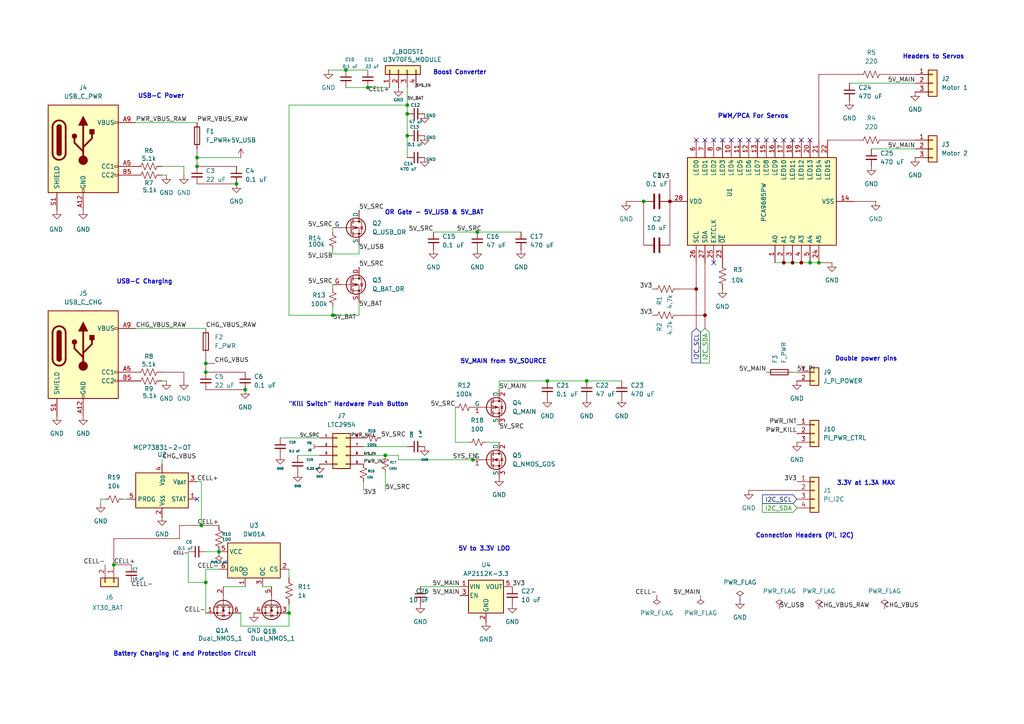
<source format=kicad_sch>
(kicad_sch (version 20250114) (generator "eeschema") (generator_version "9.0")
  (paper "A4")
  (text "Headers to Servos" (at 270.764 16.51 0) (effects (font (size 1.27 1.27) (thickness 0.254) (bold yes))))
  (text "Connection Headers (Pi, I2C)" (at 233.426 155.448 0) (effects (font (size 1.27 1.27) (thickness 0.254) (bold yes))))
  (text "\"Kill Switch\" Hardware Push Button" (at 101.092 117.348 0) (effects (font (size 1.27 1.27) (thickness 0.254) (bold yes))))
  (text "USB-C Charging\n" (at 41.91 81.788 0) (effects (font (size 1.27 1.27) (thickness 0.254) (bold yes))))
  (text "3.3V at 1.3A MAX\n" (at 251.206 140.208 0) (effects (font (size 1.27 1.27) (thickness 0.254) (bold yes))))
  (text "USB-C Power" (at 46.736 27.94 0) (effects (font (size 1.27 1.27) (thickness 0.254) (bold yes))))
  (text "Double power pins\n" (at 251.206 104.14 0) (effects (font (size 1.27 1.27) (thickness 0.254) (bold yes))))
  (text "OR Gate - 5V_USB & 5V_BAT" (at 125.984 61.722 0) (effects (font (size 1.27 1.27) (thickness 0.254) (bold yes))))
  (text "Battery Charging IC and Protection Circuit" (at 53.594 189.738 0) (effects (font (size 1.27 1.27) (thickness 0.254) (bold yes))))
  (text "PWM/PCA For Servos" (at 218.44 33.782 0) (effects (font (size 1.27 1.27) (thickness 0.254) (bold yes))))
  (text "Boost Converter" (at 133.35 21.082 0) (effects (font (size 1.27 1.27) (thickness 0.254) (bold yes))))
  (text "5V_MAIN from 5V_SOURCE" (at 146.05 104.902 0) (effects (font (size 1.27 1.27) (thickness 0.254) (bold yes))))
  (text "5V to 3.3V LDO" (at 140.462 159.258 0) (effects (font (size 1.27 1.27) (thickness 0.254) (bold yes))))
  (junction (at 59.69 105.41))
  (junction (at 58.42 152.4))
  (junction (at 68.58 53.34))
  (junction (at 63.5 160.02))
  (junction (at 118.11 39.37))
  (junction (at 229.87 76.2) (color 132 0 0 1))
  (junction (at 137.16 133.35))
  (junction (at 106.68 25.4))
  (junction (at 118.11 30.48))
  (junction (at 232.41 76.2) (color 132 0 0 1))
  (junction (at 118.11 33.02))
  (junction (at 96.52 91.44))
  (junction (at 71.12 113.03))
  (junction (at 33.02 163.83))
  (junction (at 158.75 110.49))
  (junction (at 57.15 45.72))
  (junction (at 201.93 83.82) (color 132 0 0 1))
  (junction (at 237.49 76.2))
  (junction (at 59.69 168.91))
  (junction (at 100.33 20.32))
  (junction (at 59.69 107.95))
  (junction (at 194.31 58.42) (color 132 0 0 1))
  (junction (at 234.95 76.2))
  (junction (at 83.82 177.8))
  (junction (at 227.33 76.2) (color 132 0 0 1))
  (junction (at 138.43 67.31))
  (junction (at 111.76 132.08))
  (junction (at 170.18 110.49))
  (junction (at 57.15 48.26))
  (junction (at 204.47 91.44) (color 132 0 0 1))
  (junction (at 186.69 58.42))
  (no_connect (at 232.41 40.64))
  (no_connect (at 212.09 40.64))
  (no_connect (at 222.25 40.64))
  (no_connect (at 204.47 40.64))
  (no_connect (at 57.15 144.78))
  (no_connect (at 217.17 40.64))
  (no_connect (at 207.01 76.2))
  (no_connect (at 201.93 40.64))
  (no_connect (at 207.01 40.64))
  (no_connect (at 227.33 40.64))
  (no_connect (at 219.71 40.64))
  (no_connect (at 214.63 40.64))
  (no_connect (at 229.87 40.64))
  (no_connect (at 234.95 40.64))
  (no_connect (at 209.55 40.64))
  (no_connect (at 224.79 40.64))
  (wire (pts (xy 29.21 146.05) (xy 29.21 144.78)))
  (wire (pts (xy 57.15 48.26) (xy 68.58 48.26)) (stroke (width 0) (color 132 0 0 1)))
  (wire (pts (xy 237.49 21.59) (xy 237.49 40.64)) (stroke (width 0) (color 132 0 0 1)))
  (wire (pts (xy 170.18 110.49) (xy 180.34 110.49)))
  (wire (pts (xy 53.34 110.49) (xy 53.34 107.95)) (stroke (width 0) (color 132 0 0 1)))
  (wire (pts (xy 201.93 76.2) (xy 201.93 83.82)) (stroke (width 0) (color 132 0 0 1)))
  (wire (pts (xy 33.02 163.83) (xy 33.02 156.21)) (stroke (width 0) (color 132 0 0 1)))
  (wire (pts (xy 229.87 76.2) (xy 232.41 76.2)))
  (wire (pts (xy 158.75 110.49) (xy 170.18 110.49)))
  (wire (pts (xy 106.68 25.4) (xy 113.03 25.4)))
  (wire (pts (xy 59.69 113.03) (xy 71.12 113.03)) (stroke (width 0) (color 132 0 0 1)))
  (wire (pts (xy 57.15 53.34) (xy 68.58 53.34)) (stroke (width 0) (color 132 0 0 1)))
  (wire (pts (xy 196.85 83.82) (xy 201.93 83.82)) (stroke (width 0) (color 132 0 0 1)))
  (wire (pts (xy 252.73 43.18) (xy 265.43 43.18)))
  (wire (pts (xy 181.61 58.42) (xy 186.69 58.42)) (stroke (width 0) (color 132 0 0 1)))
  (wire (pts (xy 64.77 170.18) (xy 71.12 170.18)))
  (wire (pts (xy 105.41 142.24) (xy 105.41 139.7)))
  (wire (pts (xy 227.33 76.2) (xy 229.87 76.2)))
  (wire (pts (xy 95.25 20.32) (xy 100.33 20.32)))
  (wire (pts (xy 52.07 152.4) (xy 58.42 152.4)) (stroke (width 0) (color 132 0 0 1)))
  (wire (pts (xy 96.52 73.66) (xy 104.14 73.66)))
  (wire (pts (xy 48.26 110.49) (xy 46.99 110.49)))
  (wire (pts (xy 104.14 87.63) (xy 104.14 91.44)))
  (wire (pts (xy 48.26 50.8) (xy 46.99 50.8)))
  (wire (pts (xy 118.11 30.48) (xy 118.11 33.02)))
  (wire (pts (xy 118.11 39.37) (xy 118.11 45.72)))
  (wire (pts (xy 54.61 168.91) (xy 59.69 168.91)))
  (wire (pts (xy 59.69 107.95) (xy 71.12 107.95)) (stroke (width 0) (color 132 0 0 1)))
  (wire (pts (xy 194.31 58.42) (xy 194.31 71.12)) (stroke (width 0) (color 132 0 0 1)))
  (wire (pts (xy 104.14 71.12) (xy 104.14 73.66)))
  (wire (pts (xy 83.82 175.26) (xy 83.82 177.8)))
  (wire (pts (xy 100.33 25.4) (xy 106.68 25.4)))
  (wire (pts (xy 96.52 91.44) (xy 96.52 88.9)))
  (wire (pts (xy 59.69 160.02) (xy 63.5 160.02)))
  (wire (pts (xy 83.82 30.48) (xy 83.82 91.44)))
  (wire (pts (xy 83.82 181.61) (xy 83.82 177.8)))
  (wire (pts (xy 204.47 91.44) (xy 204.47 95.25)) (stroke (width 0) (color 132 0 0 1)))
  (wire (pts (xy 59.69 102.87) (xy 59.69 105.41)) (stroke (width 0) (color 132 0 0 1)))
  (wire (pts (xy 105.41 132.08) (xy 111.76 132.08)))
  (wire (pts (xy 248.92 40.64) (xy 240.03 40.64)) (stroke (width 0) (color 132 0 0 1)))
  (wire (pts (xy 232.41 76.2) (xy 234.95 76.2)))
  (wire (pts (xy 247.65 58.42) (xy 254 58.42)) (stroke (width 0) (color 132 0 0 1)))
  (wire (pts (xy 248.92 21.59) (xy 237.49 21.59)) (stroke (width 0) (color 132 0 0 1)))
  (wire (pts (xy 100.33 20.32) (xy 106.68 20.32)))
  (wire (pts (xy 96.52 73.66) (xy 96.52 72.39)))
  (wire (pts (xy 217.17 142.24) (xy 231.14 142.24)) (stroke (width 0) (color 132 0 0 1)))
  (wire (pts (xy 52.07 156.21) (xy 52.07 152.4)) (stroke (width 0) (color 132 0 0 1)))
  (wire (pts (xy 256.54 40.64) (xy 265.43 40.64)) (stroke (width 0) (color 132 0 0 1)))
  (wire (pts (xy 140.97 128.27) (xy 144.78 128.27)))
  (wire (pts (xy 121.92 170.18) (xy 133.35 170.18)))
  (wire (pts (xy 81.28 127) (xy 92.71 127)))
  (wire (pts (xy 54.61 160.02) (xy 54.61 168.91)))
  (wire (pts (xy 111.76 142.24) (xy 111.76 137.16)))
  (wire (pts (xy 33.02 156.21) (xy 52.07 156.21)) (stroke (width 0) (color 132 0 0 1)))
  (wire (pts (xy 46.99 48.26) (xy 53.34 48.26)) (stroke (width 0) (color 0 132 0 1)))
  (wire (pts (xy 35.56 144.78) (xy 36.83 144.78)))
  (wire (pts (xy 86.36 132.08) (xy 92.71 132.08)))
  (wire (pts (xy 115.57 133.35) (xy 137.16 133.35)))
  (wire (pts (xy 246.38 24.13) (xy 265.43 24.13)))
  (wire (pts (xy 39.37 95.25) (xy 59.69 95.25)))
  (wire (pts (xy 59.69 105.41) (xy 59.69 107.95)) (stroke (width 0) (color 132 0 0 1)))
  (wire (pts (xy 59.69 168.91) (xy 59.69 177.8)))
  (wire (pts (xy 96.52 67.31) (xy 96.52 66.04)))
  (wire (pts (xy 57.15 45.72) (xy 57.15 48.26)) (stroke (width 0) (color 132 0 0 1)))
  (wire (pts (xy 96.52 91.44) (xy 104.14 91.44)))
  (wire (pts (xy 58.42 152.4) (xy 63.5 152.4)) (stroke (width 0) (color 132 0 0 1)))
  (wire (pts (xy 69.85 177.8) (xy 69.85 181.61)))
  (wire (pts (xy 39.37 35.56) (xy 57.15 35.56)))
  (wire (pts (xy 256.54 21.59) (xy 265.43 21.59)) (stroke (width 0) (color 132 0 0 1)))
  (wire (pts (xy 234.95 76.2) (xy 237.49 76.2)))
  (wire (pts (xy 144.78 110.49) (xy 144.78 113.03)))
  (wire (pts (xy 46.99 133.35) (xy 46.99 134.62)))
  (wire (pts (xy 118.11 30.48) (xy 83.82 30.48)))
  (wire (pts (xy 57.15 43.18) (xy 57.15 45.72)) (stroke (width 0) (color 132 0 0 1)))
  (wire (pts (xy 53.34 50.8) (xy 53.34 48.26)) (stroke (width 0) (color 0 132 0 1)))
  (wire (pts (xy 132.08 128.27) (xy 135.89 128.27)))
  (wire (pts (xy 194.31 52.07) (xy 194.31 58.42)) (stroke (width 0) (color 132 0 0 1)))
  (wire (pts (xy 237.49 76.2) (xy 241.3 76.2)) (stroke (width 0) (color 132 0 0 1)))
  (wire (pts (xy 33.02 163.83) (xy 38.1 163.83)) (stroke (width 0) (color 132 0 0 1)))
  (wire (pts (xy 196.85 91.44) (xy 204.47 91.44)) (stroke (width 0) (color 132 0 0 1)))
  (wire (pts (xy 96.52 83.82) (xy 96.52 82.55)))
  (wire (pts (xy 229.87 107.95) (xy 231.14 107.95)))
  (wire (pts (xy 125.73 67.31) (xy 138.43 67.31)))
  (wire (pts (xy 118.11 33.02) (xy 118.11 39.37)))
  (wire (pts (xy 83.82 91.44) (xy 96.52 91.44)))
  (wire (pts (xy 138.43 67.31) (xy 151.13 67.31)))
  (wire (pts (xy 186.69 58.42) (xy 186.69 71.12)) (stroke (width 0) (color 132 0 0 1)))
  (wire (pts (xy 29.21 144.78) (xy 30.48 144.78)))
  (wire (pts (xy 62.23 105.41) (xy 59.69 105.41)) (stroke (width 0) (color 132 0 0 1)))
  (wire (pts (xy 105.41 129.54) (xy 118.11 129.54)))
  (wire (pts (xy 224.79 76.2) (xy 227.33 76.2)))
  (wire (pts (xy 46.99 107.95) (xy 53.34 107.95)) (stroke (width 0) (color 132 0 0 1)))
  (wire (pts (xy 78.74 170.18) (xy 76.2 170.18)))
  (wire (pts (xy 69.85 45.72) (xy 57.15 45.72)))
  (wire (pts (xy 59.69 165.1) (xy 59.69 168.91)))
  (wire (pts (xy 138.43 133.35) (xy 137.16 133.35)))
  (wire (pts (xy 57.15 139.7) (xy 58.42 139.7)))
  (wire (pts (xy 118.11 25.4) (xy 118.11 30.48)))
  (wire (pts (xy 204.47 76.2) (xy 204.47 91.44)) (stroke (width 0) (color 132 0 0 1)))
  (wire (pts (xy 111.76 132.08) (xy 115.57 132.08)))
  (wire (pts (xy 83.82 165.1) (xy 83.82 167.64)))
  (wire (pts (xy 58.42 139.7) (xy 58.42 152.4)))
  (wire (pts (xy 69.85 181.61) (xy 83.82 181.61)))
  (wire (pts (xy 132.08 128.27) (xy 132.08 118.11)))
  (wire (pts (xy 59.69 165.1) (xy 63.5 165.1)))
  (wire (pts (xy 201.93 83.82) (xy 201.93 95.25)) (stroke (width 0) (color 132 0 0 1)))
  (wire (pts (xy 144.78 110.49) (xy 158.75 110.49)))
  (wire (pts (xy 115.57 132.08) (xy 115.57 133.35)))
  (label "5V_SRC" (at 104.14 77.47 0))
  (label "5V_MAIN" (at 133.35 170.18 180))
  (label "PWR_INT" (at 105.41 134.62 0) (effects (font (size 1.016 1.016))))
  (label "CELL-" (at 190.5 172.72 180))
  (label "5V_SRC" (at 92.71 127 180) (effects (font (size 1.016 1.016))))
  (label "CELL-" (at 54.61 160.02 180) (effects (font (size 0.889 0.889))))
  (label "CHG_VBUS_RAW" (at 39.37 95.25 0))
  (label "3V3" (at 189.23 83.82 180))
  (label "PWR_VBUS_RAW" (at 39.37 35.56 0))
  (label "CELL-" (at 30.48 163.83 180))
  (label "5V_SRC" (at 111.76 142.24 0))
  (label "CHG_VBUS" (at 256.54 176.53 0))
  (label "SYS_EN" (at 138.43 133.35 180))
  (label "5V_SRC" (at 96.52 82.55 180))
  (label "5V_BAT" (at 118.11 29.21 0) (effects (font (size 0.889 0.889))))
  (label "5V_SRC" (at 125.73 67.31 180))
  (label "3V3" (at 148.59 170.18 0))
  (label "5V_BAT" (at 104.14 87.63 0))
  (label "5V_MAIN" (at 144.78 113.03 0))
  (label "CELL-" (at 63.5 165.1 180))
  (label "5V_USB" (at 104.14 71.12 0))
  (label "5V_SRC" (at 96.52 66.04 180))
  (label "5V_SRC" (at 110.49 127 0))
  (label "3V3" (at 105.41 142.24 0))
  (label "3V3" (at 189.23 91.44 180))
  (label "5V_MAIN" (at 265.43 43.18 180))
  (label "5V_SRC" (at 104.14 60.96 0))
  (label "CELL+" (at 33.02 163.83 0))
  (label "CELL+" (at 63.5 152.4 180))
  (label "5V_MAIN" (at 133.35 172.72 180))
  (label "PWR_INT" (at 231.14 123.19 180))
  (label "CELL+" (at 57.15 139.7 0))
  (label "CELL-" (at 59.69 177.8 180))
  (label "CELL-" (at 38.1 168.91 0))
  (label "CHG_VBUS_RAW" (at 59.69 95.25 0))
  (label "3V3" (at 194.31 52.07 180))
  (label "SYS_EN" (at 105.41 132.08 0) (effects (font (size 0.635 0.635))))
  (label "PWR_VBUS_RAW" (at 57.15 35.56 0))
  (label "5V_SRC" (at 132.08 118.11 180))
  (label "5V_USB" (at 96.52 73.66 180))
  (label "5V_BAT" (at 96.52 91.44 0))
  (label "5V_MAIN" (at 203.2 172.72 180))
  (label "CHG_VBUS" (at 62.23 105.41 0))
  (label "5V_USB" (at 226.06 176.53 0))
  (label "5V_MAIN" (at 222.25 107.95 180))
  (label "CHG_VBUS" (at 46.99 133.35 0))
  (label "CHG_VBUS_RAW" (at 237.49 176.53 0))
  (label "5V_SRC" (at 139.7 67.31 180))
  (label "PWR_KILL" (at 231.14 125.73 180))
  (label "CELL+" (at 113.03 25.4 180))
  (label "5V_MAIN" (at 265.43 24.13 180))
  (label "5V_SRC" (at 144.78 123.19 0))
  (label "3V3" (at 231.14 139.7 180))
  (label "SYS_EN" (at 120.65 25.4 0) (effects (font (size 0.762 0.762))))
  (label "PWR_KILL" (at 105.41 127 0) (effects (font (size 1.016 1.016))))
  (label "5V_PI" (at 231.14 107.95 0))
  (global_label "I2C_SCL" (shape input) (at 231.14 144.78 180) (property "Intersheetrefs" "${INTERSHEET_REFS}" (effects (hide yes))))
  (global_label "I2C_SDA" (shape input) (at 231.14 147.32 180) (property "Intersheetrefs" "${INTERSHEET_REFS}" (effects (hide yes))))
  (global_label "I2C_SDA" (shape input) (at 204.47 95.25 270) (property "Intersheetrefs" "${INTERSHEET_REFS}" (effects (hide yes))))
  (global_label "I2C_SCL" (shape input) (at 201.93 95.25 270) (property "Intersheetrefs" "${INTERSHEET_REFS}" (effects (hide yes))))
  (symbol (lib_id "power:GND") (at 252.73 48.26 0) (unit 1)
    (property "Reference" "#PWR015" (effects (hide yes)))
    (property "Value" "GND" (at 252.73 53.34 0))
    (property "Description" "Power symbol creates a global label with name \"GND\" , ground" (effects (hide yes)))
  )
  (symbol (lib_id "Device:Fuse") (at 226.06 107.95 90) (unit 1)
    (property "Reference" "F3" (at 224.7899 105.41 0) (effects (justify left)))
    (property "Value" "F_PWR" (at 227.3299 105.41 0) (effects (justify left)))
    (property "Footprint" "Fuse:Fuse_1206_3216Metric" (effects (hide yes)))
    (property "Description" "Fuse" (effects (hide yes)))
  )
  (symbol (lib_id "Device:R_US") (at 252.73 21.59 90) (unit 1)
    (property "Reference" "R5" (at 252.73 15.24 90))
    (property "Value" "220" (at 252.73 17.78 90))
    (property "Footprint" "Resistor_SMD:R_0805_2012Metric" (effects (hide yes)))
    (property "Description" "Resistor, US symbol" (effects (hide yes)))
  )
  (symbol (lib_id "Device:R_US") (at 43.18 107.95 90) (unit 1)
    (property "Reference" "R8" (at 43.18 103.378 90))
    (property "Value" "5.1k" (at 43.18 105.664 90))
    (property "Footprint" "Resistor_SMD:R_0805_2012Metric" (effects (hide yes)))
    (property "Description" "Resistor, US symbol" (effects (hide yes)))
  )
  (symbol (lib_id "power:+5V") (at 69.85 45.72 0) (unit 1)
    (property "Reference" "#PWR01" (effects (hide yes)))
    (property "Value" "+5V_USB" (at 69.85 40.64 0))
    (property "Description" "Power symbol creates a global label with name \"+5V\"" (effects (hide yes)))
  )
  (symbol (lib_id "power:GND") (at 265.43 45.72 0) (unit 1)
    (property "Reference" "#PWR016" (effects (hide yes)))
    (property "Value" "GND" (at 265.43 50.8 0))
    (property "Description" "Power symbol creates a global label with name \"GND\" , ground" (effects (hide yes)))
  )
  (symbol (lib_id "Connector_Generic:Conn_01x02") (at 236.22 107.95 0) (unit 1)
    (property "Reference" "J9" (at 238.76 107.9499 0) (effects (justify left)))
    (property "Value" "J_PI_POWER" (at 238.76 110.4899 0) (effects (justify left)))
    (property "Footprint" "Connector_PinHeader_1.00mm:PinHeader_1x02_P1.00mm_Vertical" (effects (hide yes)))
    (property "Description" "Generic connector, single row, 01x02, script generated (kicad-library-utils/schlib/autogen/connector/)" (effects (hide yes)))
  )
  (symbol (lib_id "power:GND") (at 170.18 115.57 0) (unit 1)
    (property "Reference" "#PWR046" (effects (hide yes)))
    (property "Value" "GND" (at 170.18 120.65 0))
    (property "Description" "Power symbol creates a global label with name \"GND\" , ground" (effects (hide yes)))
  )
  (symbol (lib_id "Connector:USB_C_Receptacle_PowerOnly_6P") (at 24.13 43.18 0) (unit 1)
    (property "Reference" "J4" (at 24.13 25.4 0))
    (property "Value" "USB_C_PWR" (at 24.13 27.94 0))
    (property "Footprint" "Connector_USB:USB_C_Receptacle_GCT_USB4125-xx-x-0190_6P_TopMnt_Horizontal" (effects (hide yes)))
    (property "Datasheet" "https://www.usb.org/sites/default/files/documents/usb_type-c.zip" (effects (hide yes)))
    (property "Description" "USB Power-Only 6P Type-C Receptacle connector" (effects (hide yes)))
  )
  (symbol (lib_id "power:GND") (at 53.34 110.49 0) (unit 1)
    (property "Reference" "#PWR025" (effects (hide yes)))
    (property "Value" "GND" (at 53.34 115.57 0))
    (property "Description" "Power symbol creates a global label with name \"GND\" , ground" (effects (hide yes)))
  )
  (symbol (lib_id "power:GND") (at 125.73 72.39 0) (unit 1)
    (property "Reference" "#PWR037" (effects (hide yes)))
    (property "Value" "GND" (at 125.73 77.47 0))
    (property "Description" "Power symbol creates a global label with name \"GND\" , ground" (effects (hide yes)))
  )
  (symbol (lib_id "Device:C") (at 190.5 58.42 90) (unit 1)
    (property "Reference" "C1" (at 190.5 50.8 90))
    (property "Value" "0.1 uF" (at 190.5 53.34 90))
    (property "Footprint" "Capacitor_SMD:C_0805_2012Metric" (effects (hide yes)))
    (property "Description" "Unpolarized capacitor" (effects (hide yes)))
  )
  (symbol (lib_id "power:GND") (at 214.63 173.99 0) (unit 1)
    (property "Reference" "#PWR03" (effects (hide yes)))
    (property "Value" "GND" (at 214.63 179.07 0))
    (property "Description" "Power symbol creates a global label with name \"GND\" , ground" (effects (hide yes)))
  )
  (symbol (lib_id "power:PWR_FLAG") (at 226.06 176.53 0) (unit 1)
    (property "Reference" "#FLG04" (effects (hide yes)))
    (property "Value" "PWR_FLAG" (at 226.06 171.45 0))
    (property "Description" "Special symbol for telling ERC where power comes from" (effects (hide yes)))
  )
  (symbol (lib_id "power:GND") (at 254 58.42 0) (unit 1)
    (property "Reference" "#PWR05" (effects (hide yes)))
    (property "Value" "GND" (at 254 63.5 0))
    (property "Description" "Power symbol creates a global label with name \"GND\" , ground" (effects (hide yes)))
  )
  (symbol (lib_id "Battery_Management:MCP73831-2-OT") (at 46.99 142.24 0) (unit 1)
    (property "Reference" "U2" (at 46.99 131.826 0))
    (property "Value" "MCP73831-2-OT" (at 46.99 129.794 0))
    (property "Footprint" "Package_TO_SOT_SMD:SOT-23-5" (effects (hide yes)))
    (property "Datasheet" "http://ww1.microchip.com/downloads/en/DeviceDoc/20001984g.pdf" (effects (hide yes)))
    (property "Description" "Single cell, Li-Ion/Li-Po charge management controller, 4.20V, Tri-State Status Output, in SOT23-5 package" (effects (hide yes)))
  )
  (symbol (lib_id "power:GND") (at 231.14 128.27 0) (unit 1)
    (property "Reference" "#PWR011" (effects (hide yes)))
    (property "Value" "GND" (at 231.14 133.35 0))
    (property "Description" "Power symbol creates a global label with name \"GND\" , ground" (effects (hide yes)))
  )
  (symbol (lib_id "power:GND") (at 29.21 146.05 0) (unit 1)
    (property "Reference" "#PWR028" (effects (hide yes)))
    (property "Value" "GND" (at 29.21 151.13 0))
    (property "Description" "Power symbol creates a global label with name \"GND\" , ground" (effects (hide yes)))
  )
  (symbol (lib_id "Device:C_Small") (at 138.43 69.85 0) (unit 1)
    (property "Reference" "C16" (at 140.97 68.5862 0) (effects (justify left)))
    (property "Value" "47 uF" (at 140.97 71.1262 0) (effects (justify left)))
    (property "Footprint" "Capacitor_SMD:C_0805_2012Metric" (effects (hide yes)))
    (property "Description" "Unpolarized capacitor, small symbol" (effects (hide yes)))
  )
  (symbol (lib_id "Transistor_FET:Q_Dual_NMOS_S1G1D2S2G2D1") (at 78.74 175.26 270) (unit 2)
    (property "Reference" "Q1" (at 80.264 183.134 90) (effects (justify right)))
    (property "Value" "Dual_NMOS_1" (at 85.598 185.166 90) (effects (justify right)))
    (property "Footprint" "Package_TO_SOT_SMD:SOT-23-6" (effects (hide yes)))
    (property "Description" "Dual NMOS transistor, 6 pin package" (effects (hide yes)))
  )
  (symbol (lib_id "power:GND") (at 180.34 115.57 0) (unit 1)
    (property "Reference" "#PWR047" (effects (hide yes)))
    (property "Value" "GND" (at 180.34 120.65 0))
    (property "Description" "Power symbol creates a global label with name \"GND\" , ground" (effects (hide yes)))
  )
  (symbol (lib_id "power:GND") (at 151.13 72.39 0) (unit 1)
    (property "Reference" "#PWR039" (effects (hide yes)))
    (property "Value" "GND" (at 151.13 77.47 0))
    (property "Description" "Power symbol creates a global label with name \"GND\" , ground" (effects (hide yes)))
  )
  (symbol (lib_id "Device:C_Small") (at 57.15 50.8 0) (unit 1)
    (property "Reference" "C3" (at 59.69 49.5362 0) (effects (justify left)))
    (property "Value" "22 uF" (at 59.69 52.0762 0) (effects (justify left)))
    (property "Footprint" "Capacitor_SMD:C_0805_2012Metric" (effects (hide yes)))
    (property "Description" "Unpolarized capacitor, small symbol" (effects (hide yes)))
  )
  (symbol (lib_id "power:PWR_FLAG") (at 203.2 172.72 180) (unit 1)
    (property "Reference" "#FLG06" (effects (hide yes)))
    (property "Value" "PWR_FLAG" (at 203.2 177.8 0))
    (property "Description" "Special symbol for telling ERC where power comes from" (effects (hide yes)))
  )
  (symbol (lib_id "power:GND") (at 73.66 177.8 0) (unit 1)
    (property "Reference" "#PWR031" (effects (hide yes)))
    (property "Value" "GND" (at 73.66 182.88 0))
    (property "Description" "Power symbol creates a global label with name \"GND\" , ground" (effects (hide yes)))
  )
  (symbol (lib_id "power:GND") (at 158.75 115.57 0) (unit 1)
    (property "Reference" "#PWR045" (effects (hide yes)))
    (property "Value" "GND" (at 158.75 120.65 0))
    (property "Description" "Power symbol creates a global label with name \"GND\" , ground" (effects (hide yes)))
  )
  (symbol (lib_id "Device:C_Small") (at 148.59 172.72 0) (unit 1)
    (property "Reference" "C27" (at 151.13 171.4562 0) (effects (justify left)))
    (property "Value" "10 uF" (at 151.13 173.9962 0) (effects (justify left)))
    (property "Footprint" "Capacitor_SMD:C_0805_2012Metric" (effects (hide yes)))
    (property "Description" "Unpolarized capacitor, small symbol" (effects (hide yes)))
  )
  (symbol (lib_id "Device:C_Small") (at 120.65 129.54 90) (unit 1)
    (property "Reference" "C20" (at 119.3862 127 0) (effects (font (size 0.635 0.635)) (justify left)))
    (property "Value" "1 uF" (at 121.9262 127 0) (effects (font (size 0.635 0.635)) (justify left)))
    (property "Footprint" "Capacitor_SMD:C_0805_2012Metric" (effects (hide yes)))
    (property "Description" "Unpolarized capacitor, small symbol" (effects (hide yes)))
  )
  (symbol (lib_id "power:GND") (at 140.97 180.34 0) (unit 1)
    (property "Reference" "#PWR048" (effects (hide yes)))
    (property "Value" "GND" (at 140.97 185.42 0))
    (property "Description" "Power symbol creates a global label with name \"GND\" , ground" (effects (hide yes)))
  )
  (symbol (lib_id "power:GND") (at 46.99 149.86 0) (unit 1)
    (property "Reference" "#PWR027" (effects (hide yes)))
    (property "Value" "GND" (at 46.99 154.94 0))
    (property "Description" "Power symbol creates a global label with name \"GND\" , ground" (effects (hide yes)))
  )
  (symbol (lib_id "Device:R_Small_US") (at 33.02 144.78 90) (unit 1)
    (property "Reference" "R19" (at 33.02 138.43 90))
    (property "Value" "10k" (at 33.02 140.97 90))
    (property "Footprint" "Resistor_SMD:R_0805_2012Metric" (effects (hide yes)))
    (property "Description" "Resistor, small US symbol" (effects (hide yes)))
  )
  (symbol (lib_id "power:GND") (at 92.71 134.62 0) (unit 1)
    (property "Reference" "#PWR041" (effects (hide yes)))
    (property "Value" "GND" (at 92.71 138.176 0) (effects (font (size 0.635 0.635))))
    (property "Description" "Power symbol creates a global label with name \"GND\" , ground" (effects (hide yes)))
  )
  (symbol (lib_id "Device:C_Small") (at 120.65 39.37 90) (unit 1)
    (property "Reference" "C13" (at 118.872 36.83 90) (effects (font (size 0.889 0.889)) (justify right)))
    (property "Value" "0.1 uF" (at 122.682 41.91 90) (effects (font (size 0.889 0.889)) (justify left)))
    (property "Footprint" "Capacitor_SMD:C_0805_2012Metric" (effects (hide yes)))
    (property "Description" "Unpolarized capacitor, small symbol" (effects (hide yes)))
  )
  (symbol (lib_id "power:GND") (at 121.92 175.26 0) (unit 1)
    (property "Reference" "#PWR049" (effects (hide yes)))
    (property "Value" "GND" (at 121.92 180.34 0))
    (property "Description" "Power symbol creates a global label with name \"GND\" , ground" (effects (hide yes)))
  )
  (symbol (lib_id "Device:C_Small") (at 68.58 50.8 0) (unit 1)
    (property "Reference" "C4" (at 71.12 49.5362 0) (effects (justify left)))
    (property "Value" "0.1 uF" (at 71.12 52.0762 0) (effects (justify left)))
    (property "Footprint" "Capacitor_SMD:C_0805_2012Metric" (effects (hide yes)))
    (property "Description" "Unpolarized capacitor, small symbol" (effects (hide yes)))
  )
  (symbol (lib_id "Device:C_Small") (at 106.68 22.86 0) (unit 1)
    (property "Reference" "C11" (at 105.664 17.272 0) (effects (font (size 0.889 0.889)) (justify left)))
    (property "Value" "22 uF" (at 105.918 19.304 0) (effects (font (size 0.889 0.889)) (justify left)))
    (property "Footprint" "Capacitor_SMD:C_0805_2012Metric" (effects (hide yes)))
    (property "Description" "Unpolarized capacitor, small symbol" (effects (hide yes)))
  )
  (symbol (lib_id "power:GND") (at 53.34 50.8 0) (unit 1)
    (property "Reference" "#PWR018" (effects (hide yes)))
    (property "Value" "GND" (at 53.34 55.88 0))
    (property "Description" "Power symbol creates a global label with name \"GND\" , ground" (effects (hide yes)))
  )
  (symbol (lib_id "Device:R_Small_US") (at 96.52 69.85 0) (unit 1)
    (property "Reference" "R14" (at 93.218 69.088 0) (effects (justify right)))
    (property "Value" "100k" (at 94.234 70.866 0) (effects (justify right)))
    (property "Footprint" "Resistor_SMD:R_0805_2012Metric" (effects (hide yes)))
    (property "Description" "Resistor, small US symbol" (effects (hide yes)))
  )
  (symbol (lib_id "Device:R_US") (at 43.18 110.49 90) (unit 1)
    (property "Reference" "R9" (at 43.18 112.776 90))
    (property "Value" "5.1k" (at 43.434 114.808 90))
    (property "Footprint" "Resistor_SMD:R_0805_2012Metric" (effects (hide yes)))
    (property "Description" "Resistor, US symbol" (effects (hide yes)))
  )
  (symbol (lib_id "Device:C_Small") (at 120.65 45.72 90) (unit 1)
    (property "Reference" "C14" (at 117.094 47.498 90) (effects (font (size 0.889 0.889)) (justify right)))
    (property "Value" "470 uF" (at 120.904 49.022 90) (effects (font (size 0.889 0.889)) (justify left)))
    (property "Footprint" "Capacitor_THT:CP_Radial_D6.3mm_P2.50mm" (effects (hide yes)))
    (property "Description" "Unpolarized capacitor, small symbol" (effects (hide yes)))
  )
  (symbol (lib_id "Connector_Generic:Conn_01x03") (at 270.51 43.18 0) (unit 1)
    (property "Reference" "J3" (at 273.05 41.9099 0) (effects (justify left)))
    (property "Value" "Motor 2" (at 273.05 44.4499 0) (effects (justify left)))
    (property "Footprint" "Connector_PinHeader_2.54mm:PinHeader_1x03_P2.54mm_Vertical" (effects (hide yes)))
    (property "Description" "Generic connector, single row, 01x03, script generated (kicad-library-utils/schlib/autogen/connector/)" (effects (hide yes)))
  )
  (symbol (lib_id "power:GND") (at 209.55 83.82 0) (unit 1)
    (property "Reference" "#PWR07" (effects (hide yes)))
    (property "Value" "GND" (at 209.55 88.9 0))
    (property "Description" "Power symbol creates a global label with name \"GND\" , ground" (effects (hide yes)))
  )
  (symbol (lib_id "power:GND") (at 231.14 110.49 0) (unit 1)
    (property "Reference" "#PWR036" (effects (hide yes)))
    (property "Value" "GND" (at 231.14 115.57 0))
    (property "Description" "Power symbol creates a global label with name \"GND\" , ground" (effects (hide yes)))
  )
  (symbol (lib_id "power:PWR_FLAG") (at 256.54 176.53 0) (unit 1)
    (property "Reference" "#FLG08" (effects (hide yes)))
    (property "Value" "PWR_FLAG" (at 256.54 171.45 0))
    (property "Description" "Special symbol for telling ERC where power comes from" (effects (hide yes)))
  )
  (symbol (lib_id "Device:C_Small") (at 59.69 110.49 0) (unit 1)
    (property "Reference" "C5" (at 62.23 109.2262 0) (effects (justify left)))
    (property "Value" "22 uF" (at 62.23 111.7662 0) (effects (justify left)))
    (property "Footprint" "Capacitor_SMD:C_0805_2012Metric" (effects (hide yes)))
    (property "Description" "Unpolarized capacitor, small symbol" (effects (hide yes)))
  )
  (symbol (lib_id "Device:C_Small") (at 81.28 129.54 0) (unit 1)
    (property "Reference" "C18" (at 83.82 128.2762 0) (effects (font (size 0.635 0.635)) (justify left)))
    (property "Value" "0.1 uF" (at 83.82 130.8162 0) (effects (font (size 0.635 0.635)) (justify left)))
    (property "Footprint" "Capacitor_SMD:C_0805_2012Metric" (effects (hide yes)))
    (property "Description" "Unpolarized capacitor, small symbol" (effects (hide yes)))
  )
  (symbol (lib_id "Connector:USB_C_Receptacle_PowerOnly_6P") (at 24.13 102.87 0) (unit 1)
    (property "Reference" "J5" (at 24.13 85.09 0))
    (property "Value" "USB_C_CHG" (at 24.13 87.63 0))
    (property "Footprint" "Connector_USB:USB_C_Receptacle_GCT_USB4125-xx-x-0190_6P_TopMnt_Horizontal" (effects (hide yes)))
    (property "Datasheet" "https://www.usb.org/sites/default/files/documents/usb_type-c.zip" (effects (hide yes)))
    (property "Description" "USB Power-Only 6P Type-C Receptacle connector" (effects (hide yes)))
  )
  (symbol (lib_id "Device:R_US") (at 193.04 83.82 90) (unit 1)
    (property "Reference" "R1" (at 191.262 85.852 0) (effects (justify right)))
    (property "Value" "4.7k" (at 194.31 89.662 0) (effects (justify left)))
    (property "Footprint" "Resistor_SMD:R_0805_2012Metric" (effects (hide yes)))
    (property "Description" "Resistor, US symbol" (effects (hide yes)))
  )
  (symbol (lib_id "power:GND") (at 24.13 60.96 0) (unit 1)
    (property "Reference" "#PWR020" (effects (hide yes)))
    (property "Value" "GND" (at 24.13 66.548 0))
    (property "Description" "Power symbol creates a global label with name \"GND\" , ground" (effects (hide yes)))
  )
  (symbol (lib_id "Device:Q_PMOS") (at 101.6 82.55 0) (unit 1)
    (property "Reference" "Q3" (at 107.95 81.2799 0) (effects (justify left)))
    (property "Value" "Q_BAT_OR" (at 107.95 83.8199 0) (effects (justify left)))
    (property "Footprint" "Package_TO_SOT_SMD:SOT-23" (effects (hide yes)))
    (property "Description" "P-MOSFET transistor" (effects (hide yes)))
  )
  (symbol (lib_id "power:GND") (at 16.51 120.65 0) (unit 1)
    (property "Reference" "#PWR022" (effects (hide yes)))
    (property "Value" "GND" (at 16.51 125.73 0))
    (property "Description" "Power symbol creates a global label with name \"GND\" , ground" (effects (hide yes)))
  )
  (symbol (lib_id "power:GND") (at 148.59 175.26 0) (unit 1)
    (property "Reference" "#PWR050" (effects (hide yes)))
    (property "Value" "GND" (at 148.59 180.34 0))
    (property "Description" "Power symbol creates a global label with name \"GND\" , ground" (effects (hide yes)))
  )
  (symbol (lib_id "power:GND") (at 68.58 53.34 0) (unit 1)
    (property "Reference" "#PWR019" (effects (hide yes)))
    (property "Value" "GND" (at 68.58 58.42 0))
    (property "Description" "Power symbol creates a global label with name \"GND\" , ground" (effects (hide yes)))
  )
  (symbol (lib_id "Connector_Generic:Conn_01x03") (at 270.51 24.13 0) (unit 1)
    (property "Reference" "J2" (at 273.05 22.8599 0) (effects (justify left)))
    (property "Value" "Motor 1" (at 273.05 25.3999 0) (effects (justify left)))
    (property "Footprint" "Connector_PinHeader_2.54mm:PinHeader_1x03_P2.54mm_Vertical" (effects (hide yes)))
    (property "Description" "Generic connector, single row, 01x03, script generated (kicad-library-utils/schlib/autogen/connector/)" (effects (hide yes)))
  )
  (symbol (lib_id "Device:C_Small") (at 158.75 113.03 0) (unit 1)
    (property "Reference" "C21" (at 161.29 111.7662 0) (effects (justify left)))
    (property "Value" "0.1 uF" (at 161.29 114.3062 0) (effects (justify left)))
    (property "Footprint" "Capacitor_SMD:C_0805_2012Metric" (effects (hide yes)))
    (property "Description" "Unpolarized capacitor, small symbol" (effects (hide yes)))
  )
  (symbol (lib_id "power:GND") (at 241.3 76.2 0) (unit 1)
    (property "Reference" "#PWR010" (effects (hide yes)))
    (property "Value" "GND" (at 241.3 81.28 0))
    (property "Description" "Power symbol creates a global label with name \"GND\" , ground" (effects (hide yes)))
  )
  (symbol (lib_id "Device:C_Small") (at 180.34 113.03 0) (unit 1)
    (property "Reference" "C23" (at 182.88 111.7662 0) (effects (justify left)))
    (property "Value" "470 uF" (at 182.88 114.3062 0) (effects (justify left)))
    (property "Footprint" "Capacitor_THT:CP_Radial_D6.3mm_P2.50mm" (effects (hide yes)))
    (property "Description" "Unpolarized capacitor, small symbol" (effects (hide yes)))
  )
  (symbol (lib_id "Transistor_FET:Q_Dual_NMOS_S1G1D2S2G2D1") (at 64.77 175.26 270) (unit 1)
    (property "Reference" "Q1" (at 66.294 182.88 90) (effects (justify right)))
    (property "Value" "Dual_NMOS_1" (at 70.358 185.166 90) (effects (justify right)))
    (property "Footprint" "Package_TO_SOT_SMD:SOT-23-6" (effects (hide yes)))
    (property "Description" "Dual NMOS transistor, 6 pin package" (effects (hide yes)))
  )
  (symbol (lib_id "power:GND") (at 123.19 129.54 0) (unit 1)
    (property "Reference" "#PWR043" (effects (hide yes)))
    (property "Value" "GND" (at 123.19 133.35 0) (effects (font (size 0.635 0.635))))
    (property "Description" "Power symbol creates a global label with name \"GND\" , ground" (effects (hide yes)))
  )
  (symbol (lib_id "Device:R_US") (at 83.82 171.45 0) (unit 1)
    (property "Reference" "R11" (at 86.36 170.1799 0) (effects (justify left)))
    (property "Value" "1k" (at 86.36 172.7199 0) (effects (justify left)))
    (property "Footprint" "Resistor_SMD:R_0805_2012Metric" (effects (hide yes)))
    (property "Description" "Resistor, US symbol" (effects (hide yes)))
  )
  (symbol (lib_id "Device:R_US") (at 63.5 156.21 0) (unit 1)
    (property "Reference" "R10" (at 67.056 154.94 0) (effects (font (size 0.889 0.889)) (justify right)))
    (property "Value" "100" (at 67.056 156.464 0) (effects (font (size 0.889 0.889)) (justify right)))
    (property "Footprint" "Resistor_SMD:R_0805_2012Metric" (effects (hide yes)))
    (property "Description" "Resistor, US symbol" (effects (hide yes)))
  )
  (symbol (lib_id "power:GND") (at 246.38 29.21 0) (unit 1)
    (property "Reference" "#PWR013" (effects (hide yes)))
    (property "Value" "GND" (at 246.38 34.29 0))
    (property "Description" "Power symbol creates a global label with name \"GND\" , ground" (effects (hide yes)))
  )
  (symbol (lib_id "power:PWR_FLAG") (at 63.5 160.02 180) (unit 1)
    (property "Reference" "#FLG09" (effects (hide yes)))
    (property "Value" "PWR_FLAG" (at 63.5 163.068 0) (effects (font (size 0.635 0.635))))
    (property "Description" "Special symbol for telling ERC where power comes from" (effects (hide yes)))
  )
  (symbol (lib_id "Connector:Conn_01x01_Socket") (at 90.805 129.54 180) (unit 1)
    (property "Reference" "J8" (at 90.424 130.556 0) (effects (font (size 0.635 0.635)) (justify left)))
    (property "Value" "PB" (at 90.424 128.524 0) (effects (font (size 0.635 0.635)) (justify left)))
    (property "Footprint" "Connector_PinHeader_1.00mm:PinHeader_1x01_P1.00mm_Vertical" (effects (hide yes)))
    (property "Description" "Generic connector, single row, 01x01, script generated" (effects (hide yes)))
  )
  (symbol (lib_id "Device:C_Small") (at 120.65 33.02 90) (unit 1)
    (property "Reference" "C12" (at 119.126 30.48 90) (effects (font (size 0.889 0.889)) (justify right)))
    (property "Value" "47 uF" (at 122.682 35.306 90) (effects (font (size 0.889 0.889)) (justify left)))
    (property "Footprint" "Capacitor_SMD:C_0805_2012Metric" (effects (hide yes)))
    (property "Description" "Unpolarized capacitor, small symbol" (effects (hide yes)))
  )
  (symbol (lib_id "power:GND") (at 123.19 39.37 0) (unit 1)
    (property "Reference" "#PWR033" (effects (hide yes)))
    (property "Value" "GND" (at 124.968 39.878 0) (effects (font (size 0.889 0.889))))
    (property "Description" "Power symbol creates a global label with name \"GND\" , ground" (effects (hide yes)))
  )
  (symbol (lib_id "power:GND") (at 81.28 132.08 0) (unit 1)
    (property "Reference" "#PWR040" (effects (hide yes)))
    (property "Value" "GND" (at 81.28 135.89 0) (effects (font (size 0.635 0.635))))
    (property "Description" "Power symbol creates a global label with name \"GND\" , ground" (effects (hide yes)))
  )
  (symbol (lib_id "Device:C_Small") (at 252.73 45.72 0) (unit 1)
    (property "Reference" "C25" (at 255.27 44.4562 0) (effects (justify left)))
    (property "Value" "470 uF" (at 255.27 46.9962 0) (effects (justify left)))
    (property "Footprint" "Capacitor_THT:CP_Radial_D6.3mm_P2.50mm" (effects (hide yes)))
    (property "Description" "Unpolarized capacitor, small symbol" (effects (hide yes)))
  )
  (symbol (lib_id "power:PWR_FLAG") (at 237.49 176.53 0) (unit 1)
    (property "Reference" "#FLG07" (effects (hide yes)))
    (property "Value" "PWR_FLAG" (at 237.49 171.45 0))
    (property "Description" "Special symbol for telling ERC where power comes from" (effects (hide yes)))
  )
  (symbol (lib_id "Device:C_Small") (at 170.18 113.03 0) (unit 1)
    (property "Reference" "C22" (at 172.72 111.7662 0) (effects (justify left)))
    (property "Value" "47 uF" (at 172.72 114.3062 0) (effects (justify left)))
    (property "Footprint" "Capacitor_SMD:C_0805_2012Metric" (effects (hide yes)))
    (property "Description" "Unpolarized capacitor, small symbol" (effects (hide yes)))
  )
  (symbol (lib_id "power:GND") (at 71.12 113.03 0) (unit 1)
    (property "Reference" "#PWR026" (effects (hide yes)))
    (property "Value" "GND" (at 71.12 118.11 0))
    (property "Description" "Power symbol creates a global label with name \"GND\" , ground" (effects (hide yes)))
  )
  (symbol (lib_id "power:GND") (at 217.17 142.24 0) (unit 1)
    (property "Reference" "#PWR012" (effects (hide yes)))
    (property "Value" "GND" (at 217.17 147.32 0))
    (property "Description" "Power symbol creates a global label with name \"GND\" , ground" (effects (hide yes)))
  )
  (symbol (lib_id "Device:C_Small") (at 86.36 134.62 0) (unit 1)
    (property "Reference" "C19" (at 88.9 133.3562 0) (effects (font (size 0.635 0.635)) (justify left)))
    (property "Value" "0.33 uF" (at 88.9 135.8962 0) (effects (font (size 0.635 0.635)) (justify left)))
    (property "Footprint" "Capacitor_SMD:C_0805_2012Metric" (effects (hide yes)))
    (property "Description" "Unpolarized capacitor, small symbol" (effects (hide yes)))
  )
  (symbol (lib_id "Device:R_US") (at 209.55 80.01 0) (unit 1)
    (property "Reference" "R3" (at 212.598 78.232 0) (effects (justify left)))
    (property "Value" "10k" (at 212.09 81.2799 0) (effects (justify left)))
    (property "Footprint" "Resistor_SMD:R_0805_2012Metric" (effects (hide yes)))
    (property "Description" "Resistor, US symbol" (effects (hide yes)))
  )
  (symbol (lib_id "power:GND") (at 181.61 58.42 0) (unit 1)
    (property "Reference" "#PWR06" (effects (hide yes)))
    (property "Value" "GND" (at 181.61 63.5 0))
    (property "Description" "Power symbol creates a global label with name \"GND\" , ground" (effects (hide yes)))
  )
  (symbol (lib_id "Device:R_US") (at 252.73 40.64 90) (unit 1)
    (property "Reference" "R4" (at 252.73 34.29 90))
    (property "Value" "220" (at 252.73 36.83 90))
    (property "Footprint" "Resistor_SMD:R_0805_2012Metric" (effects (hide yes)))
    (property "Description" "Resistor, US symbol" (effects (hide yes)))
  )
  (symbol (lib_id "Battery_Management:DW01A") (at 73.66 162.56 0) (unit 1)
    (property "Reference" "U3" (at 73.66 152.4 0))
    (property "Value" "DW01A" (at 73.66 154.94 0))
    (property "Footprint" "Package_TO_SOT_SMD:SOT-23-6" (effects (hide yes)))
    (property "Datasheet" "https://hmsemi.com/downfile/DW01A.PDF" (effects (hide yes)))
    (property "Description" "Overcharge, overcurrent and overdischarge protection IC for single cell lithium-ion/polymer battery" (effects (hide yes)))
  )
  (symbol (lib_id "Device:R_Small_US") (at 96.52 86.36 0) (unit 1)
    (property "Reference" "R13" (at 94.488 85.598 0) (effects (justify right)))
    (property "Value" "100k" (at 94.996 88.138 0) (effects (justify right)))
    (property "Footprint" "Resistor_SMD:R_0805_2012Metric" (effects (hide yes)))
    (property "Description" "Resistor, small US symbol" (effects (hide yes)))
  )
  (symbol (lib_id "Device:C_Small") (at 100.33 22.86 0) (unit 1)
    (property "Reference" "C10" (at 100.076 17.272 0) (effects (font (size 0.889 0.889)) (justify left)))
    (property "Value" "0.1 uF" (at 99.314 19.304 0) (effects (font (size 0.889 0.889)) (justify left)))
    (property "Footprint" "Capacitor_SMD:C_0805_2012Metric" (effects (hide yes)))
    (property "Description" "Unpolarized capacitor, small symbol" (effects (hide yes)))
  )
  (symbol (lib_id "Device:R_Small_US") (at 105.41 137.16 0) (unit 1)
    (property "Reference" "R15" (at 106.68 136.652 0) (effects (font (size 0.635 0.635)) (justify left)))
    (property "Value" "10k" (at 106.426 138.43 0) (effects (font (size 0.635 0.635)) (justify left)))
    (property "Footprint" "Resistor_SMD:R_0805_2012Metric" (effects (hide yes)))
    (property "Description" "Resistor, small US symbol" (effects (hide yes)))
  )
  (symbol (lib_id "power:GND") (at 95.25 20.32 0) (unit 1)
    (property "Reference" "#PWR032" (effects (hide yes)))
    (property "Value" "GND" (at 95.25 25.4 0))
    (property "Description" "Power symbol creates a global label with name \"GND\" , ground" (effects (hide yes)))
  )
  (symbol (lib_id "power:GND") (at 24.13 120.65 0) (unit 1)
    (property "Reference" "#PWR023" (effects (hide yes)))
    (property "Value" "GND" (at 24.13 125.73 0))
    (property "Description" "Power symbol creates a global label with name \"GND\" , ground" (effects (hide yes)))
  )
  (symbol (lib_id "Device:C_Small") (at 246.38 26.67 0) (unit 1)
    (property "Reference" "C24" (at 248.92 25.4062 0) (effects (justify left)))
    (property "Value" "470 uF" (at 248.92 27.9462 0) (effects (justify left)))
    (property "Footprint" "Capacitor_THT:CP_Radial_D6.3mm_P2.50mm" (effects (hide yes)))
    (property "Description" "Unpolarized capacitor, small symbol" (effects (hide yes)))
  )
  (symbol (lib_id "Device:R_Small_US") (at 107.95 127 90) (unit 1)
    (property "Reference" "R16" (at 106.68 124.968 90) (effects (font (size 0.762 0.762)) (justify right)))
    (property "Value" "100k" (at 106.426 129.032 90) (effects (font (size 0.762 0.762)) (justify right)))
    (property "Footprint" "Resistor_SMD:R_0805_2012Metric" (effects (hide yes)))
    (property "Description" "Resistor, small US symbol" (effects (hide yes)))
  )
  (symbol (lib_id "Device:C_Small") (at 151.13 69.85 0) (unit 1)
    (property "Reference" "C17" (at 153.67 68.5862 0) (effects (justify left)))
    (property "Value" "470 uF" (at 153.67 71.1262 0) (effects (justify left)))
    (property "Footprint" "Capacitor_THT:CP_Radial_D6.3mm_P2.50mm" (effects (hide yes)))
    (property "Description" "Unpolarized capacitor, small symbol" (effects (hide yes)))
  )
  (symbol (lib_id "power:GND") (at 144.78 138.43 0) (unit 1)
    (property "Reference" "#PWR044" (effects (hide yes)))
    (property "Value" "GND" (at 144.78 143.51 0))
    (property "Description" "Power symbol creates a global label with name \"GND\" , ground" (effects (hide yes)))
  )
  (symbol (lib_id "Connector_Generic:Conn_02x04_Counter_Clockwise") (at 97.79 129.54 0) (unit 1)
    (property "Reference" "J7" (at 99.06 120.65 0))
    (property "Value" "LTC2954" (at 99.06 123.19 0))
    (property "Footprint" "Package_TO_SOT_SMD:SOT-23-8" (effects (hide yes)))
    (property "Description" "Generic connector, double row, 02x04, counter clockwise pin numbering scheme (similar to DIP package numbering), script generated (kicad-library-utils/schlib/autogen/connector/)" (effects (hide yes)))
  )
  (symbol (lib_id "power:PWR_FLAG") (at 190.5 172.72 180) (unit 1)
    (property "Reference" "#FLG010" (effects (hide yes)))
    (property "Value" "PWR_FLAG" (at 190.5 177.8 0))
    (property "Description" "Special symbol for telling ERC where power comes from" (effects (hide yes)))
  )
  (symbol (lib_id "power:GND") (at 265.43 26.67 0) (unit 1)
    (property "Reference" "#PWR014" (effects (hide yes)))
    (property "Value" "GND" (at 265.43 31.75 0))
    (property "Description" "Power symbol creates a global label with name \"GND\" , ground" (effects (hide yes)))
  )
  (symbol (lib_id "Device:R_US") (at 43.18 50.8 90) (unit 1)
    (property "Reference" "R7" (at 43.18 53.086 90))
    (property "Value" "5.1k" (at 43.434 55.118 90))
    (property "Footprint" "Resistor_SMD:R_0805_2012Metric" (effects (hide yes)))
    (property "Description" "Resistor, US symbol" (effects (hide yes)))
  )
  (symbol (lib_id "power:GND") (at 123.19 45.72 0) (unit 1)
    (property "Reference" "#PWR035" (effects (hide yes)))
    (property "Value" "GND" (at 124.968 46.228 0) (effects (font (size 0.889 0.889))))
    (property "Description" "Power symbol creates a global label with name \"GND\" , ground" (effects (hide yes)))
  )
  (symbol (lib_id "Device:R_Small_US") (at 134.62 118.11 90) (unit 1)
    (property "Reference" "R12" (at 134.62 111.76 90))
    (property "Value" "100k" (at 134.62 114.3 90))
    (property "Footprint" "Resistor_SMD:R_0805_2012Metric" (effects (hide yes)))
    (property "Description" "Resistor, small US symbol" (effects (hide yes)))
  )
  (symbol (lib_id "power:GND") (at 138.43 72.39 0) (unit 1)
    (property "Reference" "#PWR038" (effects (hide yes)))
    (property "Value" "GND" (at 138.43 77.47 0))
    (property "Description" "Power symbol creates a global label with name \"GND\" , ground" (effects (hide yes)))
  )
  (symbol (lib_id "Device:C") (at 190.5 71.12 270) (unit 1)
    (property "Reference" "C2" (at 190.5 63.5 90))
    (property "Value" "10 uF" (at 190.5 66.04 90))
    (property "Footprint" "Capacitor_SMD:C_0805_2012Metric" (effects (hide yes)))
    (property "Description" "Unpolarized capacitor" (effects (hide yes)))
  )
  (symbol (lib_id "Transistor_FET:Q_PMOS_GDS") (at 101.6 66.04 0) (unit 1)
    (property "Reference" "Q2" (at 107.95 64.7699 0) (effects (justify left)))
    (property "Value" "Q_USB_OR" (at 107.95 67.3099 0) (effects (justify left)))
    (property "Footprint" "Package_TO_SOT_SMD:SOT-23" (effects (hide yes)))
    (property "Description" "P-MOSFET transistor, gate/drain/source" (effects (hide yes)))
  )
  (symbol (lib_id "Device:R_US") (at 43.18 48.26 90) (unit 1)
    (property "Reference" "R6" (at 43.18 43.688 90))
    (property "Value" "5.1k" (at 43.18 45.974 90))
    (property "Footprint" "Resistor_SMD:R_0805_2012Metric" (effects (hide yes)))
    (property "Description" "Resistor, US symbol" (effects (hide yes)))
  )
  (symbol (lib_id "Device:C_Small") (at 71.12 110.49 0) (unit 1)
    (property "Reference" "C6" (at 73.66 109.2262 0) (effects (justify left)))
    (property "Value" "0.1 uF" (at 73.66 111.7662 0) (effects (justify left)))
    (property "Footprint" "Capacitor_SMD:C_0805_2012Metric" (effects (hide yes)))
    (property "Description" "Unpolarized capacitor, small symbol" (effects (hide yes)))
  )
  (symbol (lib_id "Device:C_Small") (at 121.92 172.72 0) (unit 1)
    (property "Reference" "C26" (at 124.46 171.4562 0) (effects (justify right)))
    (property "Value" "10 uF" (at 124.46 173.9962 0) (effects (justify right)))
    (property "Footprint" "Capacitor_SMD:C_0805_2012Metric" (effects (hide yes)))
    (property "Description" "Unpolarized capacitor, small symbol" (effects (hide yes)))
  )
  (symbol (lib_id "Device:Fuse") (at 57.15 39.37 0) (unit 1)
    (property "Reference" "F1" (at 59.69 38.0999 0) (effects (justify left)))
    (property "Value" "F_PWR" (at 59.69 40.6399 0) (effects (justify left)))
    (property "Footprint" "Fuse:Fuse_1206_3216Metric" (effects (hide yes)))
    (property "Description" "Fuse" (effects (hide yes)))
  )
  (symbol (lib_id "Connector_Generic:Conn_01x04") (at 236.22 142.24 0) (unit 1)
    (property "Reference" "J1" (at 238.76 142.2399 0) (effects (justify left)))
    (property "Value" "PI_I2C" (at 238.76 144.7799 0) (effects (justify left)))
    (property "Footprint" "Connector_PinHeader_2.54mm:PinHeader_1x04_P2.54mm_Vertical" (effects (hide yes)))
    (property "Description" "Generic connector, single row, 01x04, script generated (kicad-library-utils/schlib/autogen/connector/)" (effects (hide yes)))
  )
  (symbol (lib_id "power:GND") (at 48.26 110.49 0) (unit 1)
    (property "Reference" "#PWR024" (effects (hide yes)))
    (property "Value" "GND" (at 48.26 115.57 0))
    (property "Description" "Power symbol creates a global label with name \"GND\" , ground" (effects (hide yes)))
  )
  (symbol (lib_id "Regulator_Linear:AP2112K-3.3") (at 140.97 172.72 0) (unit 1)
    (property "Reference" "U4" (at 140.97 163.83 0))
    (property "Value" "AP2112K-3.3" (at 140.97 166.37 0))
    (property "Footprint" "Package_TO_SOT_SMD:SOT-23-5" (effects (hide yes)))
    (property "Datasheet" "https://www.diodes.com/assets/Datasheets/AP2112.pdf" (effects (hide yes)))
    (property "Description" "600mA low dropout linear regulator, with enable pin, 3.8V-6V input voltage range, 3.3V fixed positive output, SOT-23-5" (effects (hide yes)))
  )
  (symbol (lib_id "power:PWR_FLAG") (at 214.63 173.99 0) (unit 1)
    (property "Reference" "#FLG03" (effects (hide yes)))
    (property "Value" "PWR_FLAG" (at 214.63 168.91 0))
    (property "Description" "Special symbol for telling ERC where power comes from" (effects (hide yes)))
  )
  (symbol (lib_id "Transistor_FET:Q_NMOS_GDS") (at 142.24 133.35 0) (unit 1)
    (property "Reference" "Q5" (at 148.59 132.0799 0) (effects (justify left)))
    (property "Value" "Q_NMOS_GDS" (at 148.59 134.6199 0) (effects (justify left)))
    (property "Footprint" "Package_TO_SOT_SMD:SOT-23" (effects (hide yes)))
    (property "Description" "N-MOSFET transistor, gate/drain/source" (effects (hide yes)))
  )
  (symbol (lib_id "power:GND") (at 123.19 33.02 0) (unit 1)
    (property "Reference" "#PWR034" (effects (hide yes)))
    (property "Value" "GND" (at 124.968 33.528 0) (effects (font (size 0.889 0.889))))
    (property "Description" "Power symbol creates a global label with name \"GND\" , ground" (effects (hide yes)))
  )
  (symbol (lib_id "Device:C_Small") (at 38.1 166.37 0) (unit 1)
    (property "Reference" "C7" (at 38.354 165.1 0) (effects (font (size 0.762 0.762)) (justify left)))
    (property "Value" "10 uF" (at 38.354 167.894 0) (effects (font (size 0.762 0.762)) (justify left)))
    (property "Footprint" "Capacitor_SMD:C_0805_2012Metric" (effects (hide yes)))
    (property "Description" "Unpolarized capacitor, small symbol" (effects (hide yes)))
  )
  (symbol (lib_id "Device:R_US") (at 193.04 91.44 90) (unit 1)
    (property "Reference" "R2" (at 191.262 93.472 0) (effects (justify right)))
    (property "Value" "4.7k" (at 194.31 97.282 0) (effects (justify left)))
    (property "Footprint" "Resistor_SMD:R_0805_2012Metric" (effects (hide yes)))
    (property "Description" "Resistor, US symbol" (effects (hide yes)))
  )
  (symbol (lib_id "Driver_LED:PCA9685PW") (at 219.71 58.42 90) (unit 1)
    (property "Reference" "U1" (at 211.582 57.15 0) (effects (justify left)))
    (property "Value" "PCA9685PW" (at 221.488 58.674 0))
    (property "Footprint" "Package_SO:TSSOP-28_4.4x9.7mm_P0.65mm" (effects (hide yes)))
    (property "Datasheet" "http://www.nxp.com/docs/en/data-sheet/PCA9685.pdf" (effects (hide yes)))
    (property "Description" "16-channel 12-bit PWM Fm+ I2C-bus LED controller RGBA TSSOP" (effects (hide yes)))
  )
  (symbol (lib_id "power:GND") (at 48.26 50.8 0) (unit 1)
    (property "Reference" "#PWR017" (effects (hide yes)))
    (property "Value" "GND" (at 48.26 55.88 0))
    (property "Description" "Power symbol creates a global label with name \"GND\" , ground" (effects (hide yes)))
  )
  (symbol (lib_id "Connector_Generic:Conn_01x04") (at 115.57 20.32 90) (unit 1)
    (property "Reference" "J_BOOST1" (at 113.538 14.986 90) (effects (justify right)))
    (property "Value" "U3V70F5_MODULE" (at 110.998 17.272 90) (effects (justify right)))
    (property "Footprint" "Connector_PinHeader_2.54mm:PinHeader_1x04_P2.54mm_Vertical" (effects (hide yes)))
    (property "Description" "Generic connector, single row, 01x04, script generated (kicad-library-utils/schlib/autogen/connector/)" (effects (hide yes)))
  )
  (symbol (lib_id "Device:C_Small") (at 57.15 160.02 90) (unit 1)
    (property "Reference" "C8" (at 53.848 157.226 90) (effects (font (size 0.889 0.889)) (justify right)))
    (property "Value" "0.1 uF" (at 51.562 159.004 90) (effects (font (size 0.889 0.889)) (justify right)))
    (property "Footprint" "Capacitor_SMD:C_0805_2012Metric" (effects (hide yes)))
    (property "Description" "Unpolarized capacitor, small symbol" (effects (hide yes)))
  )
  (symbol (lib_id "Device:Fuse") (at 59.69 99.06 0) (unit 1)
    (property "Reference" "F2" (at 62.23 97.7899 0) (effects (justify left)))
    (property "Value" "F_PWR" (at 62.23 100.3299 0) (effects (justify left)))
    (property "Footprint" "Fuse:Fuse_1206_3216Metric" (effects (hide yes)))
    (property "Description" "Fuse" (effects (hide yes)))
  )
  (symbol (lib_id "power:GND") (at 16.51 60.96 0) (unit 1)
    (property "Reference" "#PWR021" (effects (hide yes)))
    (property "Value" "GND" (at 16.256 66.548 0))
    (property "Description" "Power symbol creates a global label with name \"GND\" , ground" (effects (hide yes)))
  )
  (symbol (lib_id "power:GND") (at 86.36 137.16 0) (unit 1)
    (property "Reference" "#PWR042" (effects (hide yes)))
    (property "Value" "GND" (at 86.36 140.97 0) (effects (font (size 0.635 0.635))))
    (property "Description" "Power symbol creates a global label with name \"GND\" , ground" (effects (hide yes)))
  )
  (symbol (lib_id "power:GND") (at 115.57 25.4 0) (unit 1)
    (property "Reference" "#PWR029" (effects (hide yes)))
    (property "Value" "GND" (at 115.57 28.956 0) (effects (font (size 0.889 0.889))))
    (property "Description" "Power symbol creates a global label with name \"GND\" , ground" (effects (hide yes)))
  )
  (symbol (lib_id "Device:R_Small_US") (at 111.76 134.62 0) (unit 1)
    (property "Reference" "R17" (at 113.03 134.112 0) (effects (font (size 0.635 0.635)) (justify left)))
    (property "Value" "100k" (at 112.776 135.89 0) (effects (font (size 0.635 0.635)) (justify left)))
    (property "Footprint" "Resistor_SMD:R_0805_2012Metric" (effects (hide yes)))
    (property "Description" "Resistor, small US symbol" (effects (hide yes)))
  )
  (symbol (lib_id "Connector_Generic:Conn_01x03") (at 236.22 125.73 0) (unit 1)
    (property "Reference" "J10" (at 238.76 124.4599 0) (effects (justify left)))
    (property "Value" "PI_PWR_CTRL" (at 238.76 126.9999 0) (effects (justify left)))
    (property "Footprint" "Connector_PinHeader_2.54mm:PinHeader_1x03_P2.54mm_Vertical" (effects (hide yes)))
    (property "Description" "Generic connector, single row, 01x03, script generated (kicad-library-utils/schlib/autogen/connector/)" (effects (hide yes)))
  )
  (symbol (lib_id "Connector_Generic:Conn_01x02") (at 33.02 168.91 270) (unit 1)
    (property "Reference" "J6" (at 30.48 173.228 90) (effects (justify left)))
    (property "Value" "XT30_BAT" (at 26.67 176.276 90) (effects (justify left)))
    (property "Footprint" "Connector_AMASS:AMASS_XT30PW-F_1x02_P2.50mm_Horizontal" (effects (hide yes)))
    (property "Description" "Generic connector, single row, 01x02, script generated (kicad-library-utils/schlib/autogen/connector/)" (effects (hide yes)))
  )
  (symbol (lib_id "Device:R_Small_US") (at 138.43 128.27 90) (unit 1)
    (property "Reference" "R18" (at 138.43 121.92 90))
    (property "Value" "100" (at 138.43 124.46 90))
    (property "Footprint" "Resistor_SMD:R_0805_2012Metric" (effects (hide yes)))
    (property "Description" "Resistor, small US symbol" (effects (hide yes)))
  )
  (symbol (lib_name "Q_PMOS_GDS_2") (lib_id "Transistor_FET:Q_PMOS_GDS") (at 142.24 118.11 0) (unit 1)
    (property "Reference" "Q4" (at 148.59 116.8399 0) (effects (justify left)))
    (property "Value" "Q_MAIN" (at 148.59 119.3799 0) (effects (justify left)))
    (property "Footprint" "Package_TO_SOT_SMD:SOT-23" (effects (hide yes)))
    (property "Description" "P-MOSFET transistor, gate/drain/source" (effects (hide yes)))
  )
  (symbol (lib_id "Device:C_Small") (at 125.73 69.85 0) (unit 1)
    (property "Reference" "C15" (at 128.27 68.5862 0) (effects (justify left)))
    (property "Value" "0.1 uF" (at 128.27 71.1262 0) (effects (justify left)))
    (property "Footprint" "Capacitor_SMD:C_0805_2012Metric" (effects (hide yes)))
    (property "Description" "Unpolarized capacitor, small symbol" (effects (hide yes)))
  )
)
</source>
